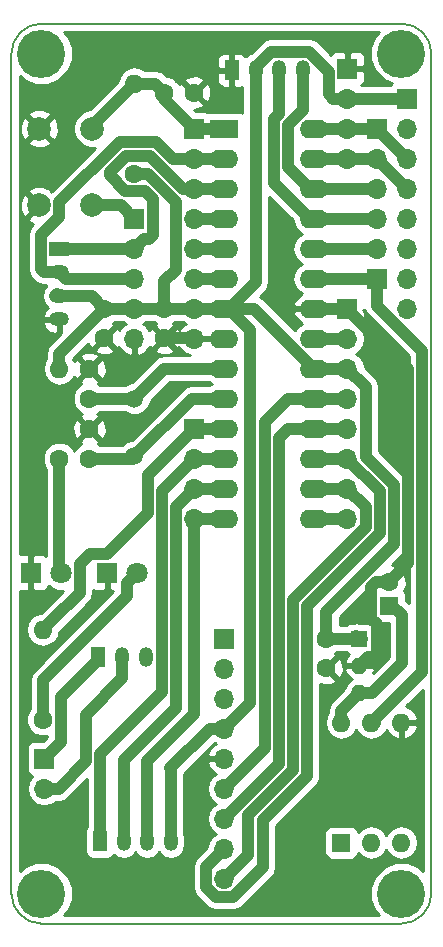
<source format=gbl>
G04 #@! TF.FileFunction,Copper,L2,Bot,Signal*
%FSLAX46Y46*%
G04 Gerber Fmt 4.6, Leading zero omitted, Abs format (unit mm)*
G04 Created by KiCad (PCBNEW 4.0.1-stable) date 2019/02/22 9:20:12*
%MOMM*%
G01*
G04 APERTURE LIST*
%ADD10C,0.100000*%
%ADD11C,0.150000*%
%ADD12C,4.064000*%
%ADD13R,1.800000X1.800000*%
%ADD14C,1.800000*%
%ADD15R,1.200000X1.700000*%
%ADD16O,1.200000X1.700000*%
%ADD17R,1.700000X1.700000*%
%ADD18O,1.700000X1.700000*%
%ADD19R,2.400000X1.600000*%
%ADD20O,2.400000X1.600000*%
%ADD21C,1.600000*%
%ADD22O,1.600000X1.600000*%
%ADD23R,1.700000X1.200000*%
%ADD24O,1.700000X1.200000*%
%ADD25C,2.000000*%
%ADD26C,1.500000*%
%ADD27R,1.600000X1.600000*%
%ADD28R,1.400000X1.400000*%
%ADD29O,1.400000X1.400000*%
%ADD30C,1.000000*%
%ADD31C,0.254000*%
G04 APERTURE END LIST*
D10*
D11*
X129540000Y-179070000D02*
G75*
G03X132080000Y-181610000I2540000J0D01*
G01*
X162560000Y-181610000D02*
G75*
G03X165100000Y-179070000I0J2540000D01*
G01*
X165100000Y-107950000D02*
G75*
G03X162560000Y-105410000I-2540000J0D01*
G01*
X132080000Y-105410000D02*
G75*
G03X129540000Y-107950000I0J-2540000D01*
G01*
X129540000Y-179070000D02*
X129540000Y-107950000D01*
X162560000Y-181610000D02*
X132080000Y-181610000D01*
X165100000Y-107950000D02*
X165100000Y-179070000D01*
X132080000Y-105410000D02*
X162560000Y-105410000D01*
D12*
X162560000Y-179070000D03*
X132080000Y-179070000D03*
X162560000Y-107950000D03*
D13*
X131191000Y-151892000D03*
D14*
X133731000Y-151892000D03*
D15*
X137033000Y-174625000D03*
D16*
X139033000Y-174625000D03*
X141033000Y-174625000D03*
X143033000Y-174625000D03*
D17*
X145034000Y-114300000D03*
D18*
X145034000Y-116840000D03*
X145034000Y-119380000D03*
X145034000Y-121920000D03*
X145034000Y-124460000D03*
X145034000Y-127000000D03*
X145034000Y-129540000D03*
X145034000Y-132080000D03*
D19*
X147574000Y-114300000D03*
D20*
X155194000Y-147320000D03*
X147574000Y-116840000D03*
X155194000Y-144780000D03*
X147574000Y-119380000D03*
X155194000Y-142240000D03*
X147574000Y-121920000D03*
X155194000Y-139700000D03*
X147574000Y-124460000D03*
X155194000Y-137160000D03*
X147574000Y-127000000D03*
X155194000Y-134620000D03*
X147574000Y-129540000D03*
X155194000Y-132080000D03*
X147574000Y-132080000D03*
X155194000Y-129540000D03*
X147574000Y-134620000D03*
X155194000Y-127000000D03*
X147574000Y-137160000D03*
X155194000Y-124460000D03*
X147574000Y-139700000D03*
X155194000Y-121920000D03*
X147574000Y-142240000D03*
X155194000Y-119380000D03*
X147574000Y-144780000D03*
X155194000Y-116840000D03*
X147574000Y-147320000D03*
X155194000Y-114300000D03*
D17*
X147574000Y-157480000D03*
D18*
X147574000Y-160020000D03*
X147574000Y-162560000D03*
X147574000Y-165100000D03*
X147574000Y-167640000D03*
X147574000Y-170180000D03*
X147574000Y-172720000D03*
X147574000Y-175260000D03*
X147574000Y-177800000D03*
D21*
X133604000Y-142240000D03*
D22*
X133604000Y-134620000D03*
D21*
X142494000Y-129540000D03*
X142494000Y-132040000D03*
X136144000Y-137160000D03*
X136144000Y-134660000D03*
X136144000Y-142240000D03*
X136144000Y-139740000D03*
X137414000Y-129540000D03*
X137414000Y-132040000D03*
X142494000Y-111252000D03*
X144994000Y-111252000D03*
D13*
X137668000Y-151892000D03*
D14*
X140208000Y-151892000D03*
D23*
X133604000Y-124460000D03*
D24*
X133604000Y-126460000D03*
X133604000Y-128460000D03*
X133604000Y-130460000D03*
D17*
X139954000Y-121920000D03*
D18*
X139954000Y-124460000D03*
X139954000Y-127000000D03*
X139954000Y-129540000D03*
X139954000Y-132080000D03*
D21*
X132207000Y-164338000D03*
D22*
X132207000Y-156718000D03*
D21*
X139954000Y-118110000D03*
D22*
X139954000Y-110490000D03*
D25*
X131898000Y-114300000D03*
X136398000Y-114300000D03*
X131898000Y-120800000D03*
X136398000Y-120800000D03*
D26*
X139954000Y-137160000D03*
X139954000Y-142040000D03*
D17*
X132334000Y-167640000D03*
D18*
X132334000Y-170180000D03*
D17*
X145034000Y-139700000D03*
D18*
X145034000Y-142240000D03*
X145034000Y-144780000D03*
X145034000Y-147320000D03*
D15*
X136906000Y-159004000D03*
D16*
X138906000Y-159004000D03*
X140906000Y-159004000D03*
D15*
X148209000Y-109347000D03*
D16*
X150209000Y-109347000D03*
X152209000Y-109347000D03*
X154209000Y-109347000D03*
D21*
X156210000Y-157480000D03*
X156210000Y-159980000D03*
D27*
X161544000Y-154686000D03*
D21*
X161544000Y-152686000D03*
D27*
X157480000Y-174752000D03*
D22*
X162560000Y-164592000D03*
X160020000Y-174752000D03*
X160020000Y-164592000D03*
X162560000Y-174752000D03*
X157480000Y-164592000D03*
D28*
X159004000Y-157480000D03*
D29*
X159004000Y-159780000D03*
X159004000Y-162080000D03*
D17*
X157988000Y-109220000D03*
D18*
X157988000Y-111760000D03*
X157988000Y-114300000D03*
X157988000Y-116840000D03*
D17*
X160528000Y-114300000D03*
D18*
X160528000Y-116840000D03*
D17*
X157988000Y-129540000D03*
D18*
X157988000Y-132080000D03*
X157988000Y-134620000D03*
X157988000Y-137160000D03*
X157988000Y-139700000D03*
X157988000Y-142240000D03*
X157988000Y-144780000D03*
X157988000Y-147320000D03*
D17*
X160528000Y-127000000D03*
D18*
X160528000Y-124460000D03*
X160528000Y-121920000D03*
X160528000Y-119380000D03*
D17*
X163042600Y-111760000D03*
D18*
X163042600Y-114300000D03*
X163042600Y-116840000D03*
X163042600Y-119380000D03*
X163042600Y-121920000D03*
X163042600Y-124460000D03*
X163042600Y-127000000D03*
X163042600Y-129540000D03*
D12*
X132080000Y-107950000D03*
D30*
X157988000Y-111760000D02*
X163042600Y-111760000D01*
X133604000Y-134620000D02*
X133604000Y-133350000D01*
X133604000Y-133350000D02*
X137414000Y-129540000D01*
X133354000Y-128460000D02*
X133604000Y-128460000D01*
X133515509Y-128460000D02*
X133604000Y-128460000D01*
X159538001Y-142092931D02*
X161938021Y-144492951D01*
X161938021Y-144492951D02*
X161938021Y-149463539D01*
X161938021Y-149463539D02*
X156210000Y-155191560D01*
X156210000Y-155191560D02*
X156210000Y-156348630D01*
X156210000Y-156348630D02*
X156210000Y-157480000D01*
X157988000Y-134620000D02*
X159538001Y-136170001D01*
X159538001Y-136170001D02*
X159538001Y-142092931D01*
X155194000Y-134620000D02*
X157988000Y-134620000D01*
X150209000Y-109347000D02*
X150209000Y-127305000D01*
X150209000Y-127305000D02*
X147974000Y-129540000D01*
X147974000Y-129540000D02*
X147574000Y-129540000D01*
X150209000Y-109347000D02*
X150209000Y-109097000D01*
X150209000Y-109097000D02*
X151509010Y-107796990D01*
X156437999Y-111412080D02*
X156785919Y-111760000D01*
X151509010Y-107796990D02*
X154747481Y-107796990D01*
X154747481Y-107796990D02*
X156437999Y-109487508D01*
X156437999Y-109487508D02*
X156437999Y-111412080D01*
X156785919Y-111760000D02*
X157988000Y-111760000D01*
X150209000Y-109347000D02*
X150209000Y-109258509D01*
X156210000Y-157480000D02*
X159004000Y-157480000D01*
X158750000Y-157226000D02*
X159004000Y-157480000D01*
X159004000Y-157480000D02*
X159258000Y-157480000D01*
X143002000Y-168469919D02*
X143033000Y-168500919D01*
X143033000Y-168500919D02*
X143033000Y-174625000D01*
X147574000Y-165100000D02*
X146371919Y-165100000D01*
X146371919Y-165100000D02*
X143002000Y-168469919D01*
X143033000Y-174375000D02*
X143033000Y-174625000D01*
X143033000Y-174625000D02*
X143033000Y-174713491D01*
X143033000Y-174536509D02*
X143033000Y-174625000D01*
X147574000Y-165100000D02*
X149774000Y-162900000D01*
X149774000Y-162900000D02*
X149774000Y-131340000D01*
X149774000Y-131340000D02*
X147974000Y-129540000D01*
X147574000Y-129540000D02*
X150114000Y-129540000D01*
X150114000Y-129540000D02*
X155194000Y-134620000D01*
X133414000Y-128270000D02*
X133604000Y-128460000D01*
X139954000Y-118110000D02*
X141085370Y-118110000D01*
X141085370Y-118110000D02*
X143483999Y-120508629D01*
X143483999Y-120508629D02*
X143483999Y-126255999D01*
X143483999Y-126255999D02*
X142494000Y-127245998D01*
X142494000Y-127245998D02*
X142494000Y-129540000D01*
X133604000Y-128460000D02*
X136334000Y-128460000D01*
X136334000Y-128460000D02*
X137414000Y-129540000D01*
X139954000Y-129540000D02*
X142494000Y-129540000D01*
X142494000Y-129540000D02*
X145034000Y-129540000D01*
X137414000Y-129540000D02*
X139954000Y-129540000D01*
X137224000Y-129730000D02*
X137414000Y-129540000D01*
X145034000Y-129540000D02*
X147574000Y-129540000D01*
X157988000Y-129540000D02*
X163138031Y-134690031D01*
X163138031Y-134690031D02*
X163138031Y-151091969D01*
X163138031Y-151091969D02*
X162343999Y-151886001D01*
X162343999Y-151886001D02*
X161544000Y-152686000D01*
X155194000Y-129540000D02*
X157988000Y-129540000D01*
X161544000Y-152686000D02*
X160412630Y-152686000D01*
X160412630Y-152686000D02*
X160020000Y-153078630D01*
X160020000Y-153078630D02*
X160020000Y-155835998D01*
X160458010Y-156274008D02*
X160458010Y-158685992D01*
X160020000Y-155835998D02*
X160458010Y-156274008D01*
X160458010Y-158685992D02*
X160064001Y-159080001D01*
X160064001Y-159080001D02*
X159703999Y-159080001D01*
X159703999Y-159080001D02*
X159004000Y-159780000D01*
X142494000Y-132040000D02*
X144994000Y-132040000D01*
X144994000Y-132040000D02*
X145034000Y-132080000D01*
X136144000Y-137160000D02*
X139954000Y-137160000D01*
X142494000Y-134620000D02*
X147574000Y-134620000D01*
X139954000Y-137160000D02*
X142494000Y-134620000D01*
X139954000Y-142040000D02*
X144834000Y-137160000D01*
X144834000Y-137160000D02*
X147574000Y-137160000D01*
X136144000Y-142240000D02*
X139754000Y-142240000D01*
X139754000Y-142240000D02*
X139954000Y-142040000D01*
X147574000Y-137160000D02*
X147555334Y-137160000D01*
X136398000Y-114300000D02*
X136398000Y-114046000D01*
X136398000Y-114046000D02*
X139954000Y-110490000D01*
X136398000Y-120800000D02*
X138834000Y-120800000D01*
X138834000Y-120800000D02*
X139954000Y-121920000D01*
X139804000Y-121920000D02*
X139954000Y-121920000D01*
X139954000Y-110490000D02*
X141732000Y-110490000D01*
X141732000Y-110490000D02*
X142494000Y-111252000D01*
X142494000Y-111252000D02*
X142494000Y-111760000D01*
X142494000Y-111760000D02*
X145034000Y-114300000D01*
X142367000Y-111379000D02*
X142494000Y-111252000D01*
X139804000Y-121770000D02*
X139954000Y-121920000D01*
X145034000Y-114300000D02*
X147574000Y-114300000D01*
X140208000Y-151892000D02*
X139308001Y-152791999D01*
X139308001Y-152791999D02*
X139308001Y-153891997D01*
X139308001Y-153891997D02*
X132207000Y-160992998D01*
X132207000Y-160992998D02*
X132207000Y-163206630D01*
X132207000Y-163206630D02*
X132207000Y-164338000D01*
X145034000Y-116840000D02*
X143209510Y-116840000D01*
X143209510Y-116840000D02*
X141779499Y-115409989D01*
X141779499Y-115409989D02*
X138736938Y-115409990D01*
X132053999Y-123299999D02*
X132053999Y-126207051D01*
X138736938Y-115409990D02*
X133598001Y-120548927D01*
X133598001Y-120548927D02*
X133598001Y-121755997D01*
X132053999Y-126207051D02*
X132306948Y-126460000D01*
X133598001Y-121755997D02*
X132053999Y-123299999D01*
X132306948Y-126460000D02*
X133604000Y-126460000D01*
X133064000Y-126460000D02*
X133604000Y-126460000D01*
X139954000Y-127000000D02*
X134144000Y-127000000D01*
X134144000Y-127000000D02*
X133604000Y-126460000D01*
X139922000Y-126968000D02*
X139954000Y-127000000D01*
X145034000Y-116840000D02*
X147574000Y-116840000D01*
X139954000Y-124460000D02*
X140803999Y-123610001D01*
X140803999Y-123610001D02*
X141224001Y-123610001D01*
X141224001Y-123610001D02*
X141504001Y-123330001D01*
X139233999Y-116609999D02*
X141282439Y-116609999D01*
X141282439Y-116609999D02*
X144052440Y-119380000D01*
X141504001Y-123330001D02*
X141504001Y-120225701D01*
X140888301Y-119610001D02*
X139191071Y-119610001D01*
X141504001Y-120225701D02*
X140888301Y-119610001D01*
X139191071Y-119610001D02*
X137844001Y-118262931D01*
X137844001Y-118262931D02*
X137844001Y-117999997D01*
X137844001Y-117999997D02*
X139233999Y-116609999D01*
X144052440Y-119380000D02*
X145034000Y-119380000D01*
X139954000Y-124460000D02*
X133604000Y-124460000D01*
X145034000Y-119380000D02*
X147574000Y-119380000D01*
X133604000Y-142240000D02*
X133604000Y-151765000D01*
X133604000Y-151765000D02*
X133731000Y-151892000D01*
X155194000Y-147320000D02*
X157988000Y-147320000D01*
X149606000Y-172385070D02*
X149606000Y-175768000D01*
X149606000Y-175768000D02*
X147574000Y-177800000D01*
X153374028Y-154227974D02*
X153374027Y-168617043D01*
X153374027Y-168617043D02*
X149606000Y-172385070D01*
X157988000Y-144780000D02*
X159538001Y-146330001D01*
X159538001Y-146330001D02*
X159538001Y-148064001D01*
X159538001Y-148064001D02*
X153374028Y-154227974D01*
X155194000Y-144780000D02*
X157488002Y-144780000D01*
X155194000Y-144780000D02*
X154794000Y-144780000D01*
X155194000Y-144780000D02*
X157734000Y-144780000D01*
X154574036Y-169114104D02*
X150806010Y-172882130D01*
X150806010Y-172882130D02*
X150806010Y-176861992D01*
X150806010Y-176861992D02*
X148318001Y-179350001D01*
X148318001Y-179350001D02*
X146829999Y-179350001D01*
X146829999Y-179350001D02*
X146023999Y-178544001D01*
X146023999Y-176810001D02*
X146724001Y-176109999D01*
X146023999Y-178544001D02*
X146023999Y-176810001D01*
X146724001Y-176109999D02*
X147574000Y-175260000D01*
X160738011Y-148561061D02*
X154574037Y-154725035D01*
X154574037Y-154725035D02*
X154574036Y-169114104D01*
X157988000Y-142240000D02*
X160738011Y-144990011D01*
X160738011Y-144990011D02*
X160738011Y-148561061D01*
X155194000Y-142240000D02*
X157988000Y-142240000D01*
X155194000Y-142240000D02*
X154794000Y-142240000D01*
X145034000Y-121920000D02*
X147574000Y-121920000D01*
X155194000Y-139700000D02*
X157988000Y-139700000D01*
X155194000Y-139700000D02*
X152994000Y-139700000D01*
X152994000Y-139700000D02*
X152174018Y-140519982D01*
X152174018Y-140519982D02*
X152174018Y-168119982D01*
X152174018Y-168119982D02*
X147574000Y-172720000D01*
X154794000Y-139700000D02*
X155194000Y-139700000D01*
X145034000Y-124460000D02*
X147574000Y-124460000D01*
X155194000Y-137160000D02*
X157988000Y-137160000D01*
X155194000Y-137160000D02*
X152994000Y-137160000D01*
X152994000Y-137160000D02*
X150974010Y-139179990D01*
X150974010Y-139179990D02*
X150974010Y-166779990D01*
X154794000Y-137160000D02*
X155194000Y-137160000D01*
X148423999Y-169330001D02*
X147574000Y-170180000D01*
X150974010Y-166779990D02*
X148423999Y-169330001D01*
X145034000Y-127000000D02*
X147574000Y-127000000D01*
X155194000Y-132080000D02*
X157988000Y-132080000D01*
X158268001Y-132080000D02*
X157988000Y-132080000D01*
X160528000Y-127000000D02*
X160528000Y-129319402D01*
X160528000Y-129319402D02*
X164338041Y-133129443D01*
X164338041Y-160273959D02*
X160020000Y-164592000D01*
X164338041Y-133129443D02*
X164338041Y-160273959D01*
X155194000Y-127000000D02*
X160528000Y-127000000D01*
X160020000Y-164592000D02*
X160339998Y-164592000D01*
X155194000Y-124460000D02*
X160528000Y-124460000D01*
X155194000Y-124460000D02*
X155194000Y-124441334D01*
X145034000Y-139700000D02*
X141083980Y-143650020D01*
X137617001Y-150291999D02*
X136207999Y-150291999D01*
X141083980Y-143650020D02*
X141083980Y-146825020D01*
X141083980Y-146825020D02*
X137617001Y-150291999D01*
X135331001Y-151168997D02*
X135331001Y-153593999D01*
X136207999Y-150291999D02*
X135331001Y-151168997D01*
X135331001Y-153593999D02*
X133006999Y-155918001D01*
X133006999Y-155918001D02*
X132207000Y-156718000D01*
X145034000Y-139700000D02*
X147574000Y-139700000D01*
X155194000Y-121920000D02*
X160528000Y-121920000D01*
X152209000Y-109347000D02*
X152209000Y-113066596D01*
X152209000Y-113066596D02*
X151793991Y-113481605D01*
X151793991Y-113481605D02*
X151793991Y-118919991D01*
X151793991Y-118919991D02*
X154794000Y-121920000D01*
X154794000Y-121920000D02*
X155194000Y-121920000D01*
X152209000Y-109347000D02*
X152209000Y-109597000D01*
X137033000Y-174625000D02*
X137033000Y-167259000D01*
X142283989Y-144990011D02*
X144184001Y-143089999D01*
X137033000Y-167259000D02*
X142283989Y-162008011D01*
X142283989Y-162008011D02*
X142283989Y-144990011D01*
X144184001Y-143089999D02*
X145034000Y-142240000D01*
X137033000Y-174625000D02*
X137033000Y-174375000D01*
X145034000Y-142240000D02*
X145034000Y-142485998D01*
X147974000Y-142240000D02*
X147574000Y-142240000D01*
X145034000Y-142240000D02*
X147574000Y-142240000D01*
X155194000Y-119380000D02*
X160528000Y-119380000D01*
X154209000Y-109347000D02*
X154209000Y-112763666D01*
X154209000Y-112763666D02*
X152994000Y-113978666D01*
X152994000Y-113978666D02*
X152994000Y-117580000D01*
X152994000Y-117580000D02*
X154794000Y-119380000D01*
X154794000Y-119380000D02*
X155194000Y-119380000D01*
X154209000Y-109347000D02*
X154209000Y-109597000D01*
X139033000Y-167799000D02*
X143483999Y-163348001D01*
X143483999Y-163348001D02*
X143483999Y-146330001D01*
X143483999Y-146330001D02*
X144184001Y-145629999D01*
X144184001Y-145629999D02*
X145034000Y-144780000D01*
X139033000Y-174625000D02*
X139033000Y-167799000D01*
X139033000Y-174375000D02*
X139033000Y-174625000D01*
X139033000Y-174625000D02*
X139033000Y-174713491D01*
X147974000Y-144780000D02*
X147574000Y-144780000D01*
X145034000Y-144780000D02*
X145034000Y-145107070D01*
X147574000Y-144780000D02*
X145034000Y-144780000D01*
X160528000Y-116840000D02*
X160528000Y-116865400D01*
X160528000Y-116865400D02*
X163042600Y-119380000D01*
X157988000Y-116840000D02*
X160528000Y-116840000D01*
X155194000Y-116840000D02*
X157988000Y-116840000D01*
X155194000Y-116840000D02*
X154794000Y-116840000D01*
X141033000Y-167831000D02*
X145034000Y-163830000D01*
X145034000Y-163830000D02*
X145034000Y-147320000D01*
X141033000Y-174625000D02*
X141033000Y-167831000D01*
X141033000Y-174375000D02*
X141033000Y-174625000D01*
X141033000Y-174536509D02*
X141033000Y-174625000D01*
X145034000Y-147320000D02*
X147574000Y-147320000D01*
X160528000Y-114300000D02*
X160528000Y-114325400D01*
X160528000Y-114325400D02*
X163042600Y-116840000D01*
X157988000Y-114300000D02*
X160528000Y-114300000D01*
X155194000Y-114300000D02*
X157988000Y-114300000D01*
X132334000Y-167640000D02*
X133707001Y-166266999D01*
X133707001Y-166266999D02*
X133707001Y-162452999D01*
X133707001Y-162452999D02*
X136906000Y-159254000D01*
X136906000Y-159254000D02*
X136906000Y-159004000D01*
X136906000Y-158915509D02*
X136906000Y-159004000D01*
X132123980Y-167429980D02*
X132334000Y-167640000D01*
X132334000Y-170180000D02*
X133536081Y-170180000D01*
X133536081Y-170180000D02*
X135832990Y-167883091D01*
X135832990Y-163927010D02*
X138906000Y-160854000D01*
X138906000Y-160854000D02*
X138906000Y-159004000D01*
X135832990Y-167883091D02*
X135832990Y-163927010D01*
X138906000Y-159004000D02*
X138906000Y-159254000D01*
X157480000Y-164592000D02*
X157480000Y-163604000D01*
X157480000Y-163604000D02*
X159004000Y-162080000D01*
X161544000Y-154686000D02*
X161798000Y-154686000D01*
X161798000Y-154686000D02*
X162629990Y-155517990D01*
X162629990Y-155517990D02*
X162629990Y-159522940D01*
X162629990Y-159522940D02*
X160072930Y-162080000D01*
X160072930Y-162080000D02*
X159004000Y-162080000D01*
X157480000Y-164592000D02*
X157480000Y-164366000D01*
X161516000Y-154714000D02*
X161544000Y-154686000D01*
X157480000Y-164592000D02*
X157480000Y-164338000D01*
D31*
G36*
X160307124Y-106441831D02*
X159901462Y-107418772D01*
X159900539Y-108476587D01*
X160304495Y-109454235D01*
X161051831Y-110202876D01*
X161725708Y-110482695D01*
X161623008Y-110633000D01*
X159138132Y-110633000D01*
X159197698Y-110608327D01*
X159376327Y-110429699D01*
X159473000Y-110196310D01*
X159473000Y-109505750D01*
X159314250Y-109347000D01*
X158115000Y-109347000D01*
X158115000Y-109367000D01*
X157861000Y-109367000D01*
X157861000Y-109347000D01*
X157841000Y-109347000D01*
X157841000Y-109093000D01*
X157861000Y-109093000D01*
X157861000Y-107893750D01*
X158115000Y-107893750D01*
X158115000Y-109093000D01*
X159314250Y-109093000D01*
X159473000Y-108934250D01*
X159473000Y-108243690D01*
X159376327Y-108010301D01*
X159197698Y-107831673D01*
X158964309Y-107735000D01*
X158273750Y-107735000D01*
X158115000Y-107893750D01*
X157861000Y-107893750D01*
X157702250Y-107735000D01*
X157011691Y-107735000D01*
X156778302Y-107831673D01*
X156599673Y-108010301D01*
X156586475Y-108042165D01*
X155544390Y-107000081D01*
X155178765Y-106755778D01*
X154747481Y-106669990D01*
X151509010Y-106669990D01*
X151077726Y-106755778D01*
X150712101Y-107000080D01*
X149787220Y-107924961D01*
X149739447Y-107934464D01*
X149366523Y-108183644D01*
X149347327Y-108137301D01*
X149168698Y-107958673D01*
X148935309Y-107862000D01*
X148494750Y-107862000D01*
X148336000Y-108020750D01*
X148336000Y-109220000D01*
X148356000Y-109220000D01*
X148356000Y-109474000D01*
X148336000Y-109474000D01*
X148336000Y-110673250D01*
X148494750Y-110832000D01*
X148935309Y-110832000D01*
X149082000Y-110771239D01*
X149082000Y-112951590D01*
X149022717Y-112911083D01*
X148774000Y-112860717D01*
X146374000Y-112860717D01*
X146184395Y-112896394D01*
X146132717Y-112861083D01*
X145884000Y-112810717D01*
X145138536Y-112810717D01*
X145015427Y-112687608D01*
X145347454Y-112671778D01*
X145748005Y-112505864D01*
X145822139Y-112259745D01*
X144994000Y-111431605D01*
X144979858Y-111445748D01*
X144800252Y-111266142D01*
X144814395Y-111252000D01*
X145173605Y-111252000D01*
X146001745Y-112080139D01*
X146247864Y-112006005D01*
X146440965Y-111468777D01*
X146413778Y-110898546D01*
X146247864Y-110497995D01*
X146001745Y-110423861D01*
X145173605Y-111252000D01*
X144814395Y-111252000D01*
X143986255Y-110423861D01*
X143740136Y-110497995D01*
X143733777Y-110515685D01*
X143704457Y-110444725D01*
X143504337Y-110244255D01*
X144165861Y-110244255D01*
X144994000Y-111072395D01*
X145822139Y-110244255D01*
X145748005Y-109998136D01*
X145210777Y-109805035D01*
X144640546Y-109832222D01*
X144239995Y-109998136D01*
X144165861Y-110244255D01*
X143504337Y-110244255D01*
X143303386Y-110042953D01*
X142779093Y-109825248D01*
X142660963Y-109825145D01*
X142528909Y-109693091D01*
X142438603Y-109632750D01*
X146974000Y-109632750D01*
X146974000Y-110323310D01*
X147070673Y-110556699D01*
X147249302Y-110735327D01*
X147482691Y-110832000D01*
X147923250Y-110832000D01*
X148082000Y-110673250D01*
X148082000Y-109474000D01*
X147132750Y-109474000D01*
X146974000Y-109632750D01*
X142438603Y-109632750D01*
X142163284Y-109448788D01*
X141732000Y-109363000D01*
X140828344Y-109363000D01*
X140500089Y-109143667D01*
X139954000Y-109035043D01*
X139407911Y-109143667D01*
X138944959Y-109453002D01*
X138635624Y-109915954D01*
X138561480Y-110288701D01*
X136177375Y-112672807D01*
X136075789Y-112672718D01*
X135477582Y-112919892D01*
X135019501Y-113377175D01*
X134771283Y-113974950D01*
X134770718Y-114622211D01*
X135017892Y-115220418D01*
X135475175Y-115678499D01*
X136072950Y-115926717D01*
X136625910Y-115927200D01*
X133002565Y-119550545D01*
X132985206Y-119533186D01*
X132870926Y-119647466D01*
X132772264Y-119380613D01*
X132162539Y-119154092D01*
X131512540Y-119178144D01*
X131023736Y-119380613D01*
X130925073Y-119647468D01*
X131898000Y-120620395D01*
X131912143Y-120606253D01*
X132091748Y-120785858D01*
X132077605Y-120800000D01*
X132091748Y-120814143D01*
X131912143Y-120993748D01*
X131898000Y-120979605D01*
X130925073Y-121952532D01*
X131023736Y-122219387D01*
X131400733Y-122359447D01*
X131257090Y-122503090D01*
X131012787Y-122868715D01*
X130926999Y-123299999D01*
X130926999Y-126207051D01*
X131012787Y-126638335D01*
X131257090Y-127003960D01*
X131510039Y-127256909D01*
X131875664Y-127501212D01*
X132306948Y-127587000D01*
X132465496Y-127587000D01*
X132457444Y-127592380D01*
X132191464Y-127990447D01*
X132098064Y-128460000D01*
X132191464Y-128929553D01*
X132457444Y-129327620D01*
X132651590Y-129457344D01*
X132422067Y-129630875D01*
X132175714Y-130050624D01*
X132160538Y-130142391D01*
X132285269Y-130333000D01*
X133477000Y-130333000D01*
X133477000Y-130313000D01*
X133731000Y-130313000D01*
X133731000Y-130333000D01*
X133751000Y-130333000D01*
X133751000Y-130587000D01*
X133731000Y-130587000D01*
X133731000Y-131542547D01*
X133778304Y-131581878D01*
X132807091Y-132553091D01*
X132562788Y-132918716D01*
X132477000Y-133350000D01*
X132477000Y-133759540D01*
X132285624Y-134045954D01*
X132177000Y-134592043D01*
X132177000Y-134647957D01*
X132285624Y-135194046D01*
X132594959Y-135656998D01*
X133057911Y-135966333D01*
X133604000Y-136074957D01*
X134150089Y-135966333D01*
X134613041Y-135656998D01*
X134846230Y-135308007D01*
X134890136Y-135414005D01*
X135136255Y-135488139D01*
X135964395Y-134660000D01*
X136323605Y-134660000D01*
X137151745Y-135488139D01*
X137397864Y-135414005D01*
X137590965Y-134876777D01*
X137563778Y-134306546D01*
X137397864Y-133905995D01*
X137151745Y-133831861D01*
X136323605Y-134660000D01*
X135964395Y-134660000D01*
X135136255Y-133831861D01*
X134890136Y-133905995D01*
X134868702Y-133965626D01*
X134753942Y-133793876D01*
X134895563Y-133652255D01*
X135315861Y-133652255D01*
X136144000Y-134480395D01*
X136972139Y-133652255D01*
X136898005Y-133406136D01*
X136360777Y-133213035D01*
X135790546Y-133240222D01*
X135389995Y-133406136D01*
X135315861Y-133652255D01*
X134895563Y-133652255D01*
X135500073Y-133047745D01*
X136585861Y-133047745D01*
X136659995Y-133293864D01*
X137197223Y-133486965D01*
X137767454Y-133459778D01*
X138168005Y-133293864D01*
X138242139Y-133047745D01*
X137414000Y-132219605D01*
X136585861Y-133047745D01*
X135500073Y-133047745D01*
X136041127Y-132506692D01*
X136160136Y-132794005D01*
X136406255Y-132868139D01*
X137234395Y-132040000D01*
X137220253Y-132025858D01*
X137399858Y-131846253D01*
X137414000Y-131860395D01*
X138242139Y-131032255D01*
X138168005Y-130786136D01*
X138150315Y-130779777D01*
X138221275Y-130750457D01*
X138304878Y-130667000D01*
X139004291Y-130667000D01*
X139223939Y-130813764D01*
X139072642Y-130884817D01*
X138682355Y-131313076D01*
X138680718Y-131317028D01*
X138667864Y-131285995D01*
X138421745Y-131211861D01*
X137593605Y-132040000D01*
X138421745Y-132868139D01*
X138661260Y-132795994D01*
X138682355Y-132846924D01*
X139072642Y-133275183D01*
X139597108Y-133521486D01*
X139827000Y-133400819D01*
X139827000Y-132207000D01*
X139807000Y-132207000D01*
X139807000Y-131953000D01*
X139827000Y-131953000D01*
X139827000Y-131933000D01*
X140081000Y-131933000D01*
X140081000Y-131953000D01*
X140101000Y-131953000D01*
X140101000Y-132207000D01*
X140081000Y-132207000D01*
X140081000Y-133400819D01*
X140310892Y-133521486D01*
X140835358Y-133275183D01*
X141042629Y-133047745D01*
X141665861Y-133047745D01*
X141739995Y-133293864D01*
X142277223Y-133486965D01*
X142847454Y-133459778D01*
X143248005Y-133293864D01*
X143322139Y-133047745D01*
X142494000Y-132219605D01*
X141665861Y-133047745D01*
X141042629Y-133047745D01*
X141225645Y-132846924D01*
X141246740Y-132795994D01*
X141486255Y-132868139D01*
X142314395Y-132040000D01*
X141486255Y-131211861D01*
X141240136Y-131285995D01*
X141228192Y-131319225D01*
X141225645Y-131313076D01*
X140835358Y-130884817D01*
X140684061Y-130813764D01*
X140903709Y-130667000D01*
X141602710Y-130667000D01*
X141684614Y-130749047D01*
X141756986Y-130779098D01*
X141739995Y-130786136D01*
X141665861Y-131032255D01*
X142494000Y-131860395D01*
X143322139Y-131032255D01*
X143248005Y-130786136D01*
X143230315Y-130779777D01*
X143301275Y-130750457D01*
X143384878Y-130667000D01*
X144084291Y-130667000D01*
X144303939Y-130813764D01*
X144152642Y-130884817D01*
X143762355Y-131313076D01*
X143760718Y-131317028D01*
X143747864Y-131285995D01*
X143501745Y-131211861D01*
X142673605Y-132040000D01*
X143501745Y-132868139D01*
X143741260Y-132795994D01*
X143762355Y-132846924D01*
X144152642Y-133275183D01*
X144616451Y-133493000D01*
X142494000Y-133493000D01*
X142134270Y-133564555D01*
X142062715Y-133578788D01*
X141697090Y-133823091D01*
X139737371Y-135782811D01*
X139681299Y-135782762D01*
X139175011Y-135991956D01*
X139133895Y-136033000D01*
X137035290Y-136033000D01*
X136953386Y-135950953D01*
X136881014Y-135920902D01*
X136898005Y-135913864D01*
X136972139Y-135667745D01*
X136144000Y-134839605D01*
X135315861Y-135667745D01*
X135389995Y-135913864D01*
X135407685Y-135920223D01*
X135336725Y-135949543D01*
X134934953Y-136350614D01*
X134717248Y-136874907D01*
X134716752Y-137442603D01*
X134933543Y-137967275D01*
X135334614Y-138369047D01*
X135503435Y-138439147D01*
X135389995Y-138486136D01*
X135315861Y-138732255D01*
X136144000Y-139560395D01*
X136972139Y-138732255D01*
X136898005Y-138486136D01*
X136776773Y-138442560D01*
X136951275Y-138370457D01*
X137034878Y-138287000D01*
X139133360Y-138287000D01*
X139172974Y-138326683D01*
X139678896Y-138536760D01*
X140226701Y-138537238D01*
X140732989Y-138328044D01*
X141120683Y-137941026D01*
X141330760Y-137435104D01*
X141330811Y-137377008D01*
X142960819Y-135747000D01*
X146305704Y-135747000D01*
X146519718Y-135890000D01*
X146305704Y-136033000D01*
X144834000Y-136033000D01*
X144418728Y-136115603D01*
X144402716Y-136118788D01*
X144037091Y-136363091D01*
X139737371Y-140662811D01*
X139681299Y-140662762D01*
X139175011Y-140871956D01*
X138933546Y-141113000D01*
X137035290Y-141113000D01*
X136953386Y-141030953D01*
X136881014Y-141000902D01*
X136898005Y-140993864D01*
X136972139Y-140747745D01*
X136144000Y-139919605D01*
X135315861Y-140747745D01*
X135389995Y-140993864D01*
X135407685Y-141000223D01*
X135336725Y-141029543D01*
X134934953Y-141430614D01*
X134874119Y-141577118D01*
X134814457Y-141432725D01*
X134413386Y-141030953D01*
X133889093Y-140813248D01*
X133321397Y-140812752D01*
X132796725Y-141029543D01*
X132394953Y-141430614D01*
X132177248Y-141954907D01*
X132176752Y-142522603D01*
X132393543Y-143047275D01*
X132477000Y-143130878D01*
X132477000Y-150479975D01*
X132450698Y-150453673D01*
X132217309Y-150357000D01*
X131476750Y-150357000D01*
X131318000Y-150515750D01*
X131318000Y-151765000D01*
X131338000Y-151765000D01*
X131338000Y-152019000D01*
X131318000Y-152019000D01*
X131318000Y-153268250D01*
X131476750Y-153427000D01*
X132217309Y-153427000D01*
X132450698Y-153330327D01*
X132629327Y-153151699D01*
X132688433Y-153009004D01*
X132864894Y-153185773D01*
X133425928Y-153418735D01*
X133912023Y-153419159D01*
X132210092Y-155121090D01*
X132210089Y-155121092D01*
X132033658Y-155297523D01*
X131660911Y-155371667D01*
X131197959Y-155681002D01*
X130888624Y-156143954D01*
X130780000Y-156690043D01*
X130780000Y-156745957D01*
X130888624Y-157292046D01*
X131197959Y-157754998D01*
X131660911Y-158064333D01*
X132207000Y-158172957D01*
X132753089Y-158064333D01*
X133216041Y-157754998D01*
X133525376Y-157292046D01*
X133599520Y-156919299D01*
X133803908Y-156714911D01*
X133803910Y-156714908D01*
X136127910Y-154390908D01*
X136372213Y-154025283D01*
X136399918Y-153886000D01*
X136458001Y-153593999D01*
X136458001Y-153350913D01*
X136641691Y-153427000D01*
X137382250Y-153427000D01*
X137541000Y-153268250D01*
X137541000Y-152019000D01*
X137521000Y-152019000D01*
X137521000Y-151765000D01*
X137541000Y-151765000D01*
X137541000Y-151745000D01*
X137795000Y-151745000D01*
X137795000Y-151765000D01*
X137815000Y-151765000D01*
X137815000Y-152019000D01*
X137795000Y-152019000D01*
X137795000Y-153268250D01*
X137953750Y-153427000D01*
X138179180Y-153427000D01*
X131410091Y-160196089D01*
X131165788Y-160561714D01*
X131080000Y-160992998D01*
X131080000Y-163446710D01*
X130997953Y-163528614D01*
X130780248Y-164052907D01*
X130779752Y-164620603D01*
X130996543Y-165145275D01*
X131397614Y-165547047D01*
X131921907Y-165764752D01*
X132489603Y-165765248D01*
X132580001Y-165727896D01*
X132580001Y-165800180D01*
X132229464Y-166150717D01*
X131484000Y-166150717D01*
X131251648Y-166194437D01*
X131038247Y-166331757D01*
X130895083Y-166541283D01*
X130844717Y-166790000D01*
X130844717Y-168490000D01*
X130888437Y-168722352D01*
X131025757Y-168935753D01*
X131235283Y-169078917D01*
X131319869Y-169096046D01*
X131260667Y-169135603D01*
X130940494Y-169614777D01*
X130828064Y-170180000D01*
X130940494Y-170745223D01*
X131260667Y-171224397D01*
X131739841Y-171544570D01*
X132305064Y-171657000D01*
X132362936Y-171657000D01*
X132928159Y-171544570D01*
X133283709Y-171307000D01*
X133536081Y-171307000D01*
X133967365Y-171221212D01*
X134332990Y-170976909D01*
X135906000Y-169403899D01*
X135906000Y-173435665D01*
X135844083Y-173526283D01*
X135793717Y-173775000D01*
X135793717Y-175475000D01*
X135837437Y-175707352D01*
X135974757Y-175920753D01*
X136184283Y-176063917D01*
X136433000Y-176114283D01*
X137633000Y-176114283D01*
X137865352Y-176070563D01*
X138078753Y-175933243D01*
X138181754Y-175782497D01*
X138563447Y-176037536D01*
X139033000Y-176130936D01*
X139502553Y-176037536D01*
X139900620Y-175771556D01*
X140033000Y-175573435D01*
X140165380Y-175771556D01*
X140563447Y-176037536D01*
X141033000Y-176130936D01*
X141502553Y-176037536D01*
X141900620Y-175771556D01*
X142033000Y-175573435D01*
X142165380Y-175771556D01*
X142563447Y-176037536D01*
X143033000Y-176130936D01*
X143502553Y-176037536D01*
X143900620Y-175771556D01*
X144166600Y-175373489D01*
X144260000Y-174903936D01*
X144260000Y-174346064D01*
X144166600Y-173876511D01*
X144160000Y-173866633D01*
X144160000Y-168905737D01*
X146752842Y-166312895D01*
X146843939Y-166373764D01*
X146692642Y-166444817D01*
X146302355Y-166873076D01*
X146132524Y-167283110D01*
X146253845Y-167513000D01*
X147447000Y-167513000D01*
X147447000Y-167493000D01*
X147701000Y-167493000D01*
X147701000Y-167513000D01*
X147721000Y-167513000D01*
X147721000Y-167767000D01*
X147701000Y-167767000D01*
X147701000Y-167787000D01*
X147447000Y-167787000D01*
X147447000Y-167767000D01*
X146253845Y-167767000D01*
X146132524Y-167996890D01*
X146302355Y-168406924D01*
X146692642Y-168835183D01*
X146843939Y-168906236D01*
X146500667Y-169135603D01*
X146180494Y-169614777D01*
X146068064Y-170180000D01*
X146180494Y-170745223D01*
X146500667Y-171224397D01*
X146838307Y-171450000D01*
X146500667Y-171675603D01*
X146180494Y-172154777D01*
X146068064Y-172720000D01*
X146180494Y-173285223D01*
X146500667Y-173764397D01*
X146838307Y-173990000D01*
X146500667Y-174215603D01*
X146180494Y-174694777D01*
X146089885Y-175150297D01*
X145927094Y-175313088D01*
X145927091Y-175313090D01*
X145227090Y-176013092D01*
X144982787Y-176378717D01*
X144896999Y-176810001D01*
X144896999Y-178544001D01*
X144982787Y-178975285D01*
X145227090Y-179340910D01*
X146033090Y-180146910D01*
X146398715Y-180391213D01*
X146829999Y-180477001D01*
X148318001Y-180477001D01*
X148749285Y-180391213D01*
X149114910Y-180146910D01*
X151602919Y-177658901D01*
X151847222Y-177293276D01*
X151858858Y-177234777D01*
X151933010Y-176861992D01*
X151933010Y-173952000D01*
X156040717Y-173952000D01*
X156040717Y-175552000D01*
X156084437Y-175784352D01*
X156221757Y-175997753D01*
X156431283Y-176140917D01*
X156680000Y-176191283D01*
X158280000Y-176191283D01*
X158512352Y-176147563D01*
X158725753Y-176010243D01*
X158868917Y-175800717D01*
X158903774Y-175628585D01*
X159010959Y-175788998D01*
X159473911Y-176098333D01*
X160020000Y-176206957D01*
X160566089Y-176098333D01*
X161029041Y-175788998D01*
X161290000Y-175398446D01*
X161550959Y-175788998D01*
X162013911Y-176098333D01*
X162560000Y-176206957D01*
X163106089Y-176098333D01*
X163569041Y-175788998D01*
X163878376Y-175326046D01*
X163987000Y-174779957D01*
X163987000Y-174724043D01*
X163878376Y-174177954D01*
X163569041Y-173715002D01*
X163106089Y-173405667D01*
X162560000Y-173297043D01*
X162013911Y-173405667D01*
X161550959Y-173715002D01*
X161290000Y-174105554D01*
X161029041Y-173715002D01*
X160566089Y-173405667D01*
X160020000Y-173297043D01*
X159473911Y-173405667D01*
X159010959Y-173715002D01*
X158904631Y-173874133D01*
X158875563Y-173719648D01*
X158738243Y-173506247D01*
X158528717Y-173363083D01*
X158280000Y-173312717D01*
X156680000Y-173312717D01*
X156447648Y-173356437D01*
X156234247Y-173493757D01*
X156091083Y-173703283D01*
X156040717Y-173952000D01*
X151933010Y-173952000D01*
X151933010Y-173348948D01*
X155370945Y-169911014D01*
X155615248Y-169545389D01*
X155658091Y-169330001D01*
X155701036Y-169114104D01*
X155701037Y-161321942D01*
X155993223Y-161426965D01*
X156563454Y-161399778D01*
X156964005Y-161233864D01*
X157038139Y-160987745D01*
X156210000Y-160159605D01*
X156195858Y-160173748D01*
X156016253Y-159994143D01*
X156030395Y-159980000D01*
X156389605Y-159980000D01*
X157217745Y-160808139D01*
X157463864Y-160734005D01*
X157656965Y-160196777D01*
X157629778Y-159626546D01*
X157463864Y-159225995D01*
X157217745Y-159151861D01*
X156389605Y-159980000D01*
X156030395Y-159980000D01*
X156016253Y-159965858D01*
X156195858Y-159786252D01*
X156210000Y-159800395D01*
X157038139Y-158972255D01*
X156964005Y-158726136D01*
X156946315Y-158719777D01*
X157017275Y-158690457D01*
X157100878Y-158607000D01*
X157833690Y-158607000D01*
X157845757Y-158625753D01*
X158055283Y-158768917D01*
X158149147Y-158787925D01*
X157937236Y-158977337D01*
X157711273Y-159446669D01*
X157833794Y-159653000D01*
X158877000Y-159653000D01*
X158877000Y-159633000D01*
X159131000Y-159633000D01*
X159131000Y-159653000D01*
X160174206Y-159653000D01*
X160296727Y-159446669D01*
X160070764Y-158977337D01*
X159860905Y-158789759D01*
X159936352Y-158775563D01*
X160149753Y-158638243D01*
X160292917Y-158428717D01*
X160343283Y-158180000D01*
X160343283Y-157689725D01*
X160385000Y-157480000D01*
X160343283Y-157270275D01*
X160343283Y-156780000D01*
X160299563Y-156547648D01*
X160162243Y-156334247D01*
X159952717Y-156191083D01*
X159704000Y-156140717D01*
X158959725Y-156140717D01*
X158750000Y-156099000D01*
X158540275Y-156140717D01*
X158304000Y-156140717D01*
X158071648Y-156184437D01*
X157858247Y-156321757D01*
X157836899Y-156353000D01*
X157337000Y-156353000D01*
X157337000Y-155658378D01*
X160116563Y-152878815D01*
X160124222Y-153039454D01*
X160290039Y-153439770D01*
X160155083Y-153637283D01*
X160104717Y-153886000D01*
X160104717Y-155486000D01*
X160148437Y-155718352D01*
X160285757Y-155931753D01*
X160495283Y-156074917D01*
X160744000Y-156125283D01*
X161502990Y-156125283D01*
X161502990Y-159056122D01*
X160158333Y-160400779D01*
X160296727Y-160113331D01*
X160174206Y-159907000D01*
X159131000Y-159907000D01*
X159131000Y-159927000D01*
X158877000Y-159927000D01*
X158877000Y-159907000D01*
X157833794Y-159907000D01*
X157711273Y-160113331D01*
X157937236Y-160582663D01*
X158325604Y-160929797D01*
X158336869Y-160934463D01*
X158065669Y-161115672D01*
X157778012Y-161546182D01*
X157736797Y-161753384D01*
X156683091Y-162807091D01*
X156438788Y-163172716D01*
X156353000Y-163604000D01*
X156353000Y-163731540D01*
X156161624Y-164017954D01*
X156053000Y-164564043D01*
X156053000Y-164619957D01*
X156161624Y-165166046D01*
X156470959Y-165628998D01*
X156933911Y-165938333D01*
X157480000Y-166046957D01*
X158026089Y-165938333D01*
X158489041Y-165628998D01*
X158750000Y-165238446D01*
X159010959Y-165628998D01*
X159473911Y-165938333D01*
X160020000Y-166046957D01*
X160566089Y-165938333D01*
X161029041Y-165628998D01*
X161301030Y-165221938D01*
X161407611Y-165447134D01*
X161822577Y-165823041D01*
X162210961Y-165983904D01*
X162433000Y-165861915D01*
X162433000Y-164719000D01*
X162687000Y-164719000D01*
X162687000Y-165861915D01*
X162909039Y-165983904D01*
X163297423Y-165823041D01*
X163712389Y-165447134D01*
X163951914Y-164941041D01*
X163830629Y-164719000D01*
X162687000Y-164719000D01*
X162433000Y-164719000D01*
X162413000Y-164719000D01*
X162413000Y-164465000D01*
X162433000Y-164465000D01*
X162433000Y-164445000D01*
X162687000Y-164445000D01*
X162687000Y-164465000D01*
X163830629Y-164465000D01*
X163951914Y-164242959D01*
X163712389Y-163736866D01*
X163297423Y-163360959D01*
X162977406Y-163228412D01*
X164398000Y-161807818D01*
X164398000Y-177147531D01*
X164068169Y-176817124D01*
X163091228Y-176411462D01*
X162033413Y-176410539D01*
X161055765Y-176814495D01*
X160307124Y-177561831D01*
X159901462Y-178538772D01*
X159900539Y-179596587D01*
X160304495Y-180574235D01*
X160637678Y-180908000D01*
X134002469Y-180908000D01*
X134332876Y-180578169D01*
X134738538Y-179601228D01*
X134739461Y-178543413D01*
X134335505Y-177565765D01*
X133588169Y-176817124D01*
X132611228Y-176411462D01*
X131553413Y-176410539D01*
X130575765Y-176814495D01*
X130242000Y-177147678D01*
X130242000Y-153427000D01*
X130905250Y-153427000D01*
X131064000Y-153268250D01*
X131064000Y-152019000D01*
X131044000Y-152019000D01*
X131044000Y-151765000D01*
X131064000Y-151765000D01*
X131064000Y-150515750D01*
X130905250Y-150357000D01*
X130242000Y-150357000D01*
X130242000Y-139523223D01*
X134697035Y-139523223D01*
X134724222Y-140093454D01*
X134890136Y-140494005D01*
X135136255Y-140568139D01*
X135964395Y-139740000D01*
X136323605Y-139740000D01*
X137151745Y-140568139D01*
X137397864Y-140494005D01*
X137590965Y-139956777D01*
X137563778Y-139386546D01*
X137397864Y-138985995D01*
X137151745Y-138911861D01*
X136323605Y-139740000D01*
X135964395Y-139740000D01*
X135136255Y-138911861D01*
X134890136Y-138985995D01*
X134697035Y-139523223D01*
X130242000Y-139523223D01*
X130242000Y-130777609D01*
X132160538Y-130777609D01*
X132175714Y-130869376D01*
X132422067Y-131289125D01*
X132810299Y-131582647D01*
X133281304Y-131705256D01*
X133477000Y-131542547D01*
X133477000Y-130587000D01*
X132285269Y-130587000D01*
X132160538Y-130777609D01*
X130242000Y-130777609D01*
X130242000Y-120535461D01*
X130252092Y-120535461D01*
X130276144Y-121185460D01*
X130478613Y-121674264D01*
X130745468Y-121772927D01*
X131718395Y-120800000D01*
X130745468Y-119827073D01*
X130478613Y-119925736D01*
X130252092Y-120535461D01*
X130242000Y-120535461D01*
X130242000Y-115452532D01*
X130925073Y-115452532D01*
X131023736Y-115719387D01*
X131633461Y-115945908D01*
X132283460Y-115921856D01*
X132772264Y-115719387D01*
X132870927Y-115452532D01*
X131898000Y-114479605D01*
X130925073Y-115452532D01*
X130242000Y-115452532D01*
X130242000Y-114035461D01*
X130252092Y-114035461D01*
X130276144Y-114685460D01*
X130478613Y-115174264D01*
X130745468Y-115272927D01*
X131718395Y-114300000D01*
X132077605Y-114300000D01*
X133050532Y-115272927D01*
X133317387Y-115174264D01*
X133543908Y-114564539D01*
X133519856Y-113914540D01*
X133317387Y-113425736D01*
X133050532Y-113327073D01*
X132077605Y-114300000D01*
X131718395Y-114300000D01*
X130745468Y-113327073D01*
X130478613Y-113425736D01*
X130252092Y-114035461D01*
X130242000Y-114035461D01*
X130242000Y-113147468D01*
X130925073Y-113147468D01*
X131898000Y-114120395D01*
X132870927Y-113147468D01*
X132772264Y-112880613D01*
X132162539Y-112654092D01*
X131512540Y-112678144D01*
X131023736Y-112880613D01*
X130925073Y-113147468D01*
X130242000Y-113147468D01*
X130242000Y-109872469D01*
X130571831Y-110202876D01*
X131548772Y-110608538D01*
X132606587Y-110609461D01*
X133584235Y-110205505D01*
X134332876Y-109458169D01*
X134738538Y-108481228D01*
X134738634Y-108370690D01*
X146974000Y-108370690D01*
X146974000Y-109061250D01*
X147132750Y-109220000D01*
X148082000Y-109220000D01*
X148082000Y-108020750D01*
X147923250Y-107862000D01*
X147482691Y-107862000D01*
X147249302Y-107958673D01*
X147070673Y-108137301D01*
X146974000Y-108370690D01*
X134738634Y-108370690D01*
X134739461Y-107423413D01*
X134335505Y-106445765D01*
X134002322Y-106112000D01*
X160637531Y-106112000D01*
X160307124Y-106441831D01*
X160307124Y-106441831D01*
G37*
X160307124Y-106441831D02*
X159901462Y-107418772D01*
X159900539Y-108476587D01*
X160304495Y-109454235D01*
X161051831Y-110202876D01*
X161725708Y-110482695D01*
X161623008Y-110633000D01*
X159138132Y-110633000D01*
X159197698Y-110608327D01*
X159376327Y-110429699D01*
X159473000Y-110196310D01*
X159473000Y-109505750D01*
X159314250Y-109347000D01*
X158115000Y-109347000D01*
X158115000Y-109367000D01*
X157861000Y-109367000D01*
X157861000Y-109347000D01*
X157841000Y-109347000D01*
X157841000Y-109093000D01*
X157861000Y-109093000D01*
X157861000Y-107893750D01*
X158115000Y-107893750D01*
X158115000Y-109093000D01*
X159314250Y-109093000D01*
X159473000Y-108934250D01*
X159473000Y-108243690D01*
X159376327Y-108010301D01*
X159197698Y-107831673D01*
X158964309Y-107735000D01*
X158273750Y-107735000D01*
X158115000Y-107893750D01*
X157861000Y-107893750D01*
X157702250Y-107735000D01*
X157011691Y-107735000D01*
X156778302Y-107831673D01*
X156599673Y-108010301D01*
X156586475Y-108042165D01*
X155544390Y-107000081D01*
X155178765Y-106755778D01*
X154747481Y-106669990D01*
X151509010Y-106669990D01*
X151077726Y-106755778D01*
X150712101Y-107000080D01*
X149787220Y-107924961D01*
X149739447Y-107934464D01*
X149366523Y-108183644D01*
X149347327Y-108137301D01*
X149168698Y-107958673D01*
X148935309Y-107862000D01*
X148494750Y-107862000D01*
X148336000Y-108020750D01*
X148336000Y-109220000D01*
X148356000Y-109220000D01*
X148356000Y-109474000D01*
X148336000Y-109474000D01*
X148336000Y-110673250D01*
X148494750Y-110832000D01*
X148935309Y-110832000D01*
X149082000Y-110771239D01*
X149082000Y-112951590D01*
X149022717Y-112911083D01*
X148774000Y-112860717D01*
X146374000Y-112860717D01*
X146184395Y-112896394D01*
X146132717Y-112861083D01*
X145884000Y-112810717D01*
X145138536Y-112810717D01*
X145015427Y-112687608D01*
X145347454Y-112671778D01*
X145748005Y-112505864D01*
X145822139Y-112259745D01*
X144994000Y-111431605D01*
X144979858Y-111445748D01*
X144800252Y-111266142D01*
X144814395Y-111252000D01*
X145173605Y-111252000D01*
X146001745Y-112080139D01*
X146247864Y-112006005D01*
X146440965Y-111468777D01*
X146413778Y-110898546D01*
X146247864Y-110497995D01*
X146001745Y-110423861D01*
X145173605Y-111252000D01*
X144814395Y-111252000D01*
X143986255Y-110423861D01*
X143740136Y-110497995D01*
X143733777Y-110515685D01*
X143704457Y-110444725D01*
X143504337Y-110244255D01*
X144165861Y-110244255D01*
X144994000Y-111072395D01*
X145822139Y-110244255D01*
X145748005Y-109998136D01*
X145210777Y-109805035D01*
X144640546Y-109832222D01*
X144239995Y-109998136D01*
X144165861Y-110244255D01*
X143504337Y-110244255D01*
X143303386Y-110042953D01*
X142779093Y-109825248D01*
X142660963Y-109825145D01*
X142528909Y-109693091D01*
X142438603Y-109632750D01*
X146974000Y-109632750D01*
X146974000Y-110323310D01*
X147070673Y-110556699D01*
X147249302Y-110735327D01*
X147482691Y-110832000D01*
X147923250Y-110832000D01*
X148082000Y-110673250D01*
X148082000Y-109474000D01*
X147132750Y-109474000D01*
X146974000Y-109632750D01*
X142438603Y-109632750D01*
X142163284Y-109448788D01*
X141732000Y-109363000D01*
X140828344Y-109363000D01*
X140500089Y-109143667D01*
X139954000Y-109035043D01*
X139407911Y-109143667D01*
X138944959Y-109453002D01*
X138635624Y-109915954D01*
X138561480Y-110288701D01*
X136177375Y-112672807D01*
X136075789Y-112672718D01*
X135477582Y-112919892D01*
X135019501Y-113377175D01*
X134771283Y-113974950D01*
X134770718Y-114622211D01*
X135017892Y-115220418D01*
X135475175Y-115678499D01*
X136072950Y-115926717D01*
X136625910Y-115927200D01*
X133002565Y-119550545D01*
X132985206Y-119533186D01*
X132870926Y-119647466D01*
X132772264Y-119380613D01*
X132162539Y-119154092D01*
X131512540Y-119178144D01*
X131023736Y-119380613D01*
X130925073Y-119647468D01*
X131898000Y-120620395D01*
X131912143Y-120606253D01*
X132091748Y-120785858D01*
X132077605Y-120800000D01*
X132091748Y-120814143D01*
X131912143Y-120993748D01*
X131898000Y-120979605D01*
X130925073Y-121952532D01*
X131023736Y-122219387D01*
X131400733Y-122359447D01*
X131257090Y-122503090D01*
X131012787Y-122868715D01*
X130926999Y-123299999D01*
X130926999Y-126207051D01*
X131012787Y-126638335D01*
X131257090Y-127003960D01*
X131510039Y-127256909D01*
X131875664Y-127501212D01*
X132306948Y-127587000D01*
X132465496Y-127587000D01*
X132457444Y-127592380D01*
X132191464Y-127990447D01*
X132098064Y-128460000D01*
X132191464Y-128929553D01*
X132457444Y-129327620D01*
X132651590Y-129457344D01*
X132422067Y-129630875D01*
X132175714Y-130050624D01*
X132160538Y-130142391D01*
X132285269Y-130333000D01*
X133477000Y-130333000D01*
X133477000Y-130313000D01*
X133731000Y-130313000D01*
X133731000Y-130333000D01*
X133751000Y-130333000D01*
X133751000Y-130587000D01*
X133731000Y-130587000D01*
X133731000Y-131542547D01*
X133778304Y-131581878D01*
X132807091Y-132553091D01*
X132562788Y-132918716D01*
X132477000Y-133350000D01*
X132477000Y-133759540D01*
X132285624Y-134045954D01*
X132177000Y-134592043D01*
X132177000Y-134647957D01*
X132285624Y-135194046D01*
X132594959Y-135656998D01*
X133057911Y-135966333D01*
X133604000Y-136074957D01*
X134150089Y-135966333D01*
X134613041Y-135656998D01*
X134846230Y-135308007D01*
X134890136Y-135414005D01*
X135136255Y-135488139D01*
X135964395Y-134660000D01*
X136323605Y-134660000D01*
X137151745Y-135488139D01*
X137397864Y-135414005D01*
X137590965Y-134876777D01*
X137563778Y-134306546D01*
X137397864Y-133905995D01*
X137151745Y-133831861D01*
X136323605Y-134660000D01*
X135964395Y-134660000D01*
X135136255Y-133831861D01*
X134890136Y-133905995D01*
X134868702Y-133965626D01*
X134753942Y-133793876D01*
X134895563Y-133652255D01*
X135315861Y-133652255D01*
X136144000Y-134480395D01*
X136972139Y-133652255D01*
X136898005Y-133406136D01*
X136360777Y-133213035D01*
X135790546Y-133240222D01*
X135389995Y-133406136D01*
X135315861Y-133652255D01*
X134895563Y-133652255D01*
X135500073Y-133047745D01*
X136585861Y-133047745D01*
X136659995Y-133293864D01*
X137197223Y-133486965D01*
X137767454Y-133459778D01*
X138168005Y-133293864D01*
X138242139Y-133047745D01*
X137414000Y-132219605D01*
X136585861Y-133047745D01*
X135500073Y-133047745D01*
X136041127Y-132506692D01*
X136160136Y-132794005D01*
X136406255Y-132868139D01*
X137234395Y-132040000D01*
X137220253Y-132025858D01*
X137399858Y-131846253D01*
X137414000Y-131860395D01*
X138242139Y-131032255D01*
X138168005Y-130786136D01*
X138150315Y-130779777D01*
X138221275Y-130750457D01*
X138304878Y-130667000D01*
X139004291Y-130667000D01*
X139223939Y-130813764D01*
X139072642Y-130884817D01*
X138682355Y-131313076D01*
X138680718Y-131317028D01*
X138667864Y-131285995D01*
X138421745Y-131211861D01*
X137593605Y-132040000D01*
X138421745Y-132868139D01*
X138661260Y-132795994D01*
X138682355Y-132846924D01*
X139072642Y-133275183D01*
X139597108Y-133521486D01*
X139827000Y-133400819D01*
X139827000Y-132207000D01*
X139807000Y-132207000D01*
X139807000Y-131953000D01*
X139827000Y-131953000D01*
X139827000Y-131933000D01*
X140081000Y-131933000D01*
X140081000Y-131953000D01*
X140101000Y-131953000D01*
X140101000Y-132207000D01*
X140081000Y-132207000D01*
X140081000Y-133400819D01*
X140310892Y-133521486D01*
X140835358Y-133275183D01*
X141042629Y-133047745D01*
X141665861Y-133047745D01*
X141739995Y-133293864D01*
X142277223Y-133486965D01*
X142847454Y-133459778D01*
X143248005Y-133293864D01*
X143322139Y-133047745D01*
X142494000Y-132219605D01*
X141665861Y-133047745D01*
X141042629Y-133047745D01*
X141225645Y-132846924D01*
X141246740Y-132795994D01*
X141486255Y-132868139D01*
X142314395Y-132040000D01*
X141486255Y-131211861D01*
X141240136Y-131285995D01*
X141228192Y-131319225D01*
X141225645Y-131313076D01*
X140835358Y-130884817D01*
X140684061Y-130813764D01*
X140903709Y-130667000D01*
X141602710Y-130667000D01*
X141684614Y-130749047D01*
X141756986Y-130779098D01*
X141739995Y-130786136D01*
X141665861Y-131032255D01*
X142494000Y-131860395D01*
X143322139Y-131032255D01*
X143248005Y-130786136D01*
X143230315Y-130779777D01*
X143301275Y-130750457D01*
X143384878Y-130667000D01*
X144084291Y-130667000D01*
X144303939Y-130813764D01*
X144152642Y-130884817D01*
X143762355Y-131313076D01*
X143760718Y-131317028D01*
X143747864Y-131285995D01*
X143501745Y-131211861D01*
X142673605Y-132040000D01*
X143501745Y-132868139D01*
X143741260Y-132795994D01*
X143762355Y-132846924D01*
X144152642Y-133275183D01*
X144616451Y-133493000D01*
X142494000Y-133493000D01*
X142134270Y-133564555D01*
X142062715Y-133578788D01*
X141697090Y-133823091D01*
X139737371Y-135782811D01*
X139681299Y-135782762D01*
X139175011Y-135991956D01*
X139133895Y-136033000D01*
X137035290Y-136033000D01*
X136953386Y-135950953D01*
X136881014Y-135920902D01*
X136898005Y-135913864D01*
X136972139Y-135667745D01*
X136144000Y-134839605D01*
X135315861Y-135667745D01*
X135389995Y-135913864D01*
X135407685Y-135920223D01*
X135336725Y-135949543D01*
X134934953Y-136350614D01*
X134717248Y-136874907D01*
X134716752Y-137442603D01*
X134933543Y-137967275D01*
X135334614Y-138369047D01*
X135503435Y-138439147D01*
X135389995Y-138486136D01*
X135315861Y-138732255D01*
X136144000Y-139560395D01*
X136972139Y-138732255D01*
X136898005Y-138486136D01*
X136776773Y-138442560D01*
X136951275Y-138370457D01*
X137034878Y-138287000D01*
X139133360Y-138287000D01*
X139172974Y-138326683D01*
X139678896Y-138536760D01*
X140226701Y-138537238D01*
X140732989Y-138328044D01*
X141120683Y-137941026D01*
X141330760Y-137435104D01*
X141330811Y-137377008D01*
X142960819Y-135747000D01*
X146305704Y-135747000D01*
X146519718Y-135890000D01*
X146305704Y-136033000D01*
X144834000Y-136033000D01*
X144418728Y-136115603D01*
X144402716Y-136118788D01*
X144037091Y-136363091D01*
X139737371Y-140662811D01*
X139681299Y-140662762D01*
X139175011Y-140871956D01*
X138933546Y-141113000D01*
X137035290Y-141113000D01*
X136953386Y-141030953D01*
X136881014Y-141000902D01*
X136898005Y-140993864D01*
X136972139Y-140747745D01*
X136144000Y-139919605D01*
X135315861Y-140747745D01*
X135389995Y-140993864D01*
X135407685Y-141000223D01*
X135336725Y-141029543D01*
X134934953Y-141430614D01*
X134874119Y-141577118D01*
X134814457Y-141432725D01*
X134413386Y-141030953D01*
X133889093Y-140813248D01*
X133321397Y-140812752D01*
X132796725Y-141029543D01*
X132394953Y-141430614D01*
X132177248Y-141954907D01*
X132176752Y-142522603D01*
X132393543Y-143047275D01*
X132477000Y-143130878D01*
X132477000Y-150479975D01*
X132450698Y-150453673D01*
X132217309Y-150357000D01*
X131476750Y-150357000D01*
X131318000Y-150515750D01*
X131318000Y-151765000D01*
X131338000Y-151765000D01*
X131338000Y-152019000D01*
X131318000Y-152019000D01*
X131318000Y-153268250D01*
X131476750Y-153427000D01*
X132217309Y-153427000D01*
X132450698Y-153330327D01*
X132629327Y-153151699D01*
X132688433Y-153009004D01*
X132864894Y-153185773D01*
X133425928Y-153418735D01*
X133912023Y-153419159D01*
X132210092Y-155121090D01*
X132210089Y-155121092D01*
X132033658Y-155297523D01*
X131660911Y-155371667D01*
X131197959Y-155681002D01*
X130888624Y-156143954D01*
X130780000Y-156690043D01*
X130780000Y-156745957D01*
X130888624Y-157292046D01*
X131197959Y-157754998D01*
X131660911Y-158064333D01*
X132207000Y-158172957D01*
X132753089Y-158064333D01*
X133216041Y-157754998D01*
X133525376Y-157292046D01*
X133599520Y-156919299D01*
X133803908Y-156714911D01*
X133803910Y-156714908D01*
X136127910Y-154390908D01*
X136372213Y-154025283D01*
X136399918Y-153886000D01*
X136458001Y-153593999D01*
X136458001Y-153350913D01*
X136641691Y-153427000D01*
X137382250Y-153427000D01*
X137541000Y-153268250D01*
X137541000Y-152019000D01*
X137521000Y-152019000D01*
X137521000Y-151765000D01*
X137541000Y-151765000D01*
X137541000Y-151745000D01*
X137795000Y-151745000D01*
X137795000Y-151765000D01*
X137815000Y-151765000D01*
X137815000Y-152019000D01*
X137795000Y-152019000D01*
X137795000Y-153268250D01*
X137953750Y-153427000D01*
X138179180Y-153427000D01*
X131410091Y-160196089D01*
X131165788Y-160561714D01*
X131080000Y-160992998D01*
X131080000Y-163446710D01*
X130997953Y-163528614D01*
X130780248Y-164052907D01*
X130779752Y-164620603D01*
X130996543Y-165145275D01*
X131397614Y-165547047D01*
X131921907Y-165764752D01*
X132489603Y-165765248D01*
X132580001Y-165727896D01*
X132580001Y-165800180D01*
X132229464Y-166150717D01*
X131484000Y-166150717D01*
X131251648Y-166194437D01*
X131038247Y-166331757D01*
X130895083Y-166541283D01*
X130844717Y-166790000D01*
X130844717Y-168490000D01*
X130888437Y-168722352D01*
X131025757Y-168935753D01*
X131235283Y-169078917D01*
X131319869Y-169096046D01*
X131260667Y-169135603D01*
X130940494Y-169614777D01*
X130828064Y-170180000D01*
X130940494Y-170745223D01*
X131260667Y-171224397D01*
X131739841Y-171544570D01*
X132305064Y-171657000D01*
X132362936Y-171657000D01*
X132928159Y-171544570D01*
X133283709Y-171307000D01*
X133536081Y-171307000D01*
X133967365Y-171221212D01*
X134332990Y-170976909D01*
X135906000Y-169403899D01*
X135906000Y-173435665D01*
X135844083Y-173526283D01*
X135793717Y-173775000D01*
X135793717Y-175475000D01*
X135837437Y-175707352D01*
X135974757Y-175920753D01*
X136184283Y-176063917D01*
X136433000Y-176114283D01*
X137633000Y-176114283D01*
X137865352Y-176070563D01*
X138078753Y-175933243D01*
X138181754Y-175782497D01*
X138563447Y-176037536D01*
X139033000Y-176130936D01*
X139502553Y-176037536D01*
X139900620Y-175771556D01*
X140033000Y-175573435D01*
X140165380Y-175771556D01*
X140563447Y-176037536D01*
X141033000Y-176130936D01*
X141502553Y-176037536D01*
X141900620Y-175771556D01*
X142033000Y-175573435D01*
X142165380Y-175771556D01*
X142563447Y-176037536D01*
X143033000Y-176130936D01*
X143502553Y-176037536D01*
X143900620Y-175771556D01*
X144166600Y-175373489D01*
X144260000Y-174903936D01*
X144260000Y-174346064D01*
X144166600Y-173876511D01*
X144160000Y-173866633D01*
X144160000Y-168905737D01*
X146752842Y-166312895D01*
X146843939Y-166373764D01*
X146692642Y-166444817D01*
X146302355Y-166873076D01*
X146132524Y-167283110D01*
X146253845Y-167513000D01*
X147447000Y-167513000D01*
X147447000Y-167493000D01*
X147701000Y-167493000D01*
X147701000Y-167513000D01*
X147721000Y-167513000D01*
X147721000Y-167767000D01*
X147701000Y-167767000D01*
X147701000Y-167787000D01*
X147447000Y-167787000D01*
X147447000Y-167767000D01*
X146253845Y-167767000D01*
X146132524Y-167996890D01*
X146302355Y-168406924D01*
X146692642Y-168835183D01*
X146843939Y-168906236D01*
X146500667Y-169135603D01*
X146180494Y-169614777D01*
X146068064Y-170180000D01*
X146180494Y-170745223D01*
X146500667Y-171224397D01*
X146838307Y-171450000D01*
X146500667Y-171675603D01*
X146180494Y-172154777D01*
X146068064Y-172720000D01*
X146180494Y-173285223D01*
X146500667Y-173764397D01*
X146838307Y-173990000D01*
X146500667Y-174215603D01*
X146180494Y-174694777D01*
X146089885Y-175150297D01*
X145927094Y-175313088D01*
X145927091Y-175313090D01*
X145227090Y-176013092D01*
X144982787Y-176378717D01*
X144896999Y-176810001D01*
X144896999Y-178544001D01*
X144982787Y-178975285D01*
X145227090Y-179340910D01*
X146033090Y-180146910D01*
X146398715Y-180391213D01*
X146829999Y-180477001D01*
X148318001Y-180477001D01*
X148749285Y-180391213D01*
X149114910Y-180146910D01*
X151602919Y-177658901D01*
X151847222Y-177293276D01*
X151858858Y-177234777D01*
X151933010Y-176861992D01*
X151933010Y-173952000D01*
X156040717Y-173952000D01*
X156040717Y-175552000D01*
X156084437Y-175784352D01*
X156221757Y-175997753D01*
X156431283Y-176140917D01*
X156680000Y-176191283D01*
X158280000Y-176191283D01*
X158512352Y-176147563D01*
X158725753Y-176010243D01*
X158868917Y-175800717D01*
X158903774Y-175628585D01*
X159010959Y-175788998D01*
X159473911Y-176098333D01*
X160020000Y-176206957D01*
X160566089Y-176098333D01*
X161029041Y-175788998D01*
X161290000Y-175398446D01*
X161550959Y-175788998D01*
X162013911Y-176098333D01*
X162560000Y-176206957D01*
X163106089Y-176098333D01*
X163569041Y-175788998D01*
X163878376Y-175326046D01*
X163987000Y-174779957D01*
X163987000Y-174724043D01*
X163878376Y-174177954D01*
X163569041Y-173715002D01*
X163106089Y-173405667D01*
X162560000Y-173297043D01*
X162013911Y-173405667D01*
X161550959Y-173715002D01*
X161290000Y-174105554D01*
X161029041Y-173715002D01*
X160566089Y-173405667D01*
X160020000Y-173297043D01*
X159473911Y-173405667D01*
X159010959Y-173715002D01*
X158904631Y-173874133D01*
X158875563Y-173719648D01*
X158738243Y-173506247D01*
X158528717Y-173363083D01*
X158280000Y-173312717D01*
X156680000Y-173312717D01*
X156447648Y-173356437D01*
X156234247Y-173493757D01*
X156091083Y-173703283D01*
X156040717Y-173952000D01*
X151933010Y-173952000D01*
X151933010Y-173348948D01*
X155370945Y-169911014D01*
X155615248Y-169545389D01*
X155658091Y-169330001D01*
X155701036Y-169114104D01*
X155701037Y-161321942D01*
X155993223Y-161426965D01*
X156563454Y-161399778D01*
X156964005Y-161233864D01*
X157038139Y-160987745D01*
X156210000Y-160159605D01*
X156195858Y-160173748D01*
X156016253Y-159994143D01*
X156030395Y-159980000D01*
X156389605Y-159980000D01*
X157217745Y-160808139D01*
X157463864Y-160734005D01*
X157656965Y-160196777D01*
X157629778Y-159626546D01*
X157463864Y-159225995D01*
X157217745Y-159151861D01*
X156389605Y-159980000D01*
X156030395Y-159980000D01*
X156016253Y-159965858D01*
X156195858Y-159786252D01*
X156210000Y-159800395D01*
X157038139Y-158972255D01*
X156964005Y-158726136D01*
X156946315Y-158719777D01*
X157017275Y-158690457D01*
X157100878Y-158607000D01*
X157833690Y-158607000D01*
X157845757Y-158625753D01*
X158055283Y-158768917D01*
X158149147Y-158787925D01*
X157937236Y-158977337D01*
X157711273Y-159446669D01*
X157833794Y-159653000D01*
X158877000Y-159653000D01*
X158877000Y-159633000D01*
X159131000Y-159633000D01*
X159131000Y-159653000D01*
X160174206Y-159653000D01*
X160296727Y-159446669D01*
X160070764Y-158977337D01*
X159860905Y-158789759D01*
X159936352Y-158775563D01*
X160149753Y-158638243D01*
X160292917Y-158428717D01*
X160343283Y-158180000D01*
X160343283Y-157689725D01*
X160385000Y-157480000D01*
X160343283Y-157270275D01*
X160343283Y-156780000D01*
X160299563Y-156547648D01*
X160162243Y-156334247D01*
X159952717Y-156191083D01*
X159704000Y-156140717D01*
X158959725Y-156140717D01*
X158750000Y-156099000D01*
X158540275Y-156140717D01*
X158304000Y-156140717D01*
X158071648Y-156184437D01*
X157858247Y-156321757D01*
X157836899Y-156353000D01*
X157337000Y-156353000D01*
X157337000Y-155658378D01*
X160116563Y-152878815D01*
X160124222Y-153039454D01*
X160290039Y-153439770D01*
X160155083Y-153637283D01*
X160104717Y-153886000D01*
X160104717Y-155486000D01*
X160148437Y-155718352D01*
X160285757Y-155931753D01*
X160495283Y-156074917D01*
X160744000Y-156125283D01*
X161502990Y-156125283D01*
X161502990Y-159056122D01*
X160158333Y-160400779D01*
X160296727Y-160113331D01*
X160174206Y-159907000D01*
X159131000Y-159907000D01*
X159131000Y-159927000D01*
X158877000Y-159927000D01*
X158877000Y-159907000D01*
X157833794Y-159907000D01*
X157711273Y-160113331D01*
X157937236Y-160582663D01*
X158325604Y-160929797D01*
X158336869Y-160934463D01*
X158065669Y-161115672D01*
X157778012Y-161546182D01*
X157736797Y-161753384D01*
X156683091Y-162807091D01*
X156438788Y-163172716D01*
X156353000Y-163604000D01*
X156353000Y-163731540D01*
X156161624Y-164017954D01*
X156053000Y-164564043D01*
X156053000Y-164619957D01*
X156161624Y-165166046D01*
X156470959Y-165628998D01*
X156933911Y-165938333D01*
X157480000Y-166046957D01*
X158026089Y-165938333D01*
X158489041Y-165628998D01*
X158750000Y-165238446D01*
X159010959Y-165628998D01*
X159473911Y-165938333D01*
X160020000Y-166046957D01*
X160566089Y-165938333D01*
X161029041Y-165628998D01*
X161301030Y-165221938D01*
X161407611Y-165447134D01*
X161822577Y-165823041D01*
X162210961Y-165983904D01*
X162433000Y-165861915D01*
X162433000Y-164719000D01*
X162687000Y-164719000D01*
X162687000Y-165861915D01*
X162909039Y-165983904D01*
X163297423Y-165823041D01*
X163712389Y-165447134D01*
X163951914Y-164941041D01*
X163830629Y-164719000D01*
X162687000Y-164719000D01*
X162433000Y-164719000D01*
X162413000Y-164719000D01*
X162413000Y-164465000D01*
X162433000Y-164465000D01*
X162433000Y-164445000D01*
X162687000Y-164445000D01*
X162687000Y-164465000D01*
X163830629Y-164465000D01*
X163951914Y-164242959D01*
X163712389Y-163736866D01*
X163297423Y-163360959D01*
X162977406Y-163228412D01*
X164398000Y-161807818D01*
X164398000Y-177147531D01*
X164068169Y-176817124D01*
X163091228Y-176411462D01*
X162033413Y-176410539D01*
X161055765Y-176814495D01*
X160307124Y-177561831D01*
X159901462Y-178538772D01*
X159900539Y-179596587D01*
X160304495Y-180574235D01*
X160637678Y-180908000D01*
X134002469Y-180908000D01*
X134332876Y-180578169D01*
X134738538Y-179601228D01*
X134739461Y-178543413D01*
X134335505Y-177565765D01*
X133588169Y-176817124D01*
X132611228Y-176411462D01*
X131553413Y-176410539D01*
X130575765Y-176814495D01*
X130242000Y-177147678D01*
X130242000Y-153427000D01*
X130905250Y-153427000D01*
X131064000Y-153268250D01*
X131064000Y-152019000D01*
X131044000Y-152019000D01*
X131044000Y-151765000D01*
X131064000Y-151765000D01*
X131064000Y-150515750D01*
X130905250Y-150357000D01*
X130242000Y-150357000D01*
X130242000Y-139523223D01*
X134697035Y-139523223D01*
X134724222Y-140093454D01*
X134890136Y-140494005D01*
X135136255Y-140568139D01*
X135964395Y-139740000D01*
X136323605Y-139740000D01*
X137151745Y-140568139D01*
X137397864Y-140494005D01*
X137590965Y-139956777D01*
X137563778Y-139386546D01*
X137397864Y-138985995D01*
X137151745Y-138911861D01*
X136323605Y-139740000D01*
X135964395Y-139740000D01*
X135136255Y-138911861D01*
X134890136Y-138985995D01*
X134697035Y-139523223D01*
X130242000Y-139523223D01*
X130242000Y-130777609D01*
X132160538Y-130777609D01*
X132175714Y-130869376D01*
X132422067Y-131289125D01*
X132810299Y-131582647D01*
X133281304Y-131705256D01*
X133477000Y-131542547D01*
X133477000Y-130587000D01*
X132285269Y-130587000D01*
X132160538Y-130777609D01*
X130242000Y-130777609D01*
X130242000Y-120535461D01*
X130252092Y-120535461D01*
X130276144Y-121185460D01*
X130478613Y-121674264D01*
X130745468Y-121772927D01*
X131718395Y-120800000D01*
X130745468Y-119827073D01*
X130478613Y-119925736D01*
X130252092Y-120535461D01*
X130242000Y-120535461D01*
X130242000Y-115452532D01*
X130925073Y-115452532D01*
X131023736Y-115719387D01*
X131633461Y-115945908D01*
X132283460Y-115921856D01*
X132772264Y-115719387D01*
X132870927Y-115452532D01*
X131898000Y-114479605D01*
X130925073Y-115452532D01*
X130242000Y-115452532D01*
X130242000Y-114035461D01*
X130252092Y-114035461D01*
X130276144Y-114685460D01*
X130478613Y-115174264D01*
X130745468Y-115272927D01*
X131718395Y-114300000D01*
X132077605Y-114300000D01*
X133050532Y-115272927D01*
X133317387Y-115174264D01*
X133543908Y-114564539D01*
X133519856Y-113914540D01*
X133317387Y-113425736D01*
X133050532Y-113327073D01*
X132077605Y-114300000D01*
X131718395Y-114300000D01*
X130745468Y-113327073D01*
X130478613Y-113425736D01*
X130252092Y-114035461D01*
X130242000Y-114035461D01*
X130242000Y-113147468D01*
X130925073Y-113147468D01*
X131898000Y-114120395D01*
X132870927Y-113147468D01*
X132772264Y-112880613D01*
X132162539Y-112654092D01*
X131512540Y-112678144D01*
X131023736Y-112880613D01*
X130925073Y-113147468D01*
X130242000Y-113147468D01*
X130242000Y-109872469D01*
X130571831Y-110202876D01*
X131548772Y-110608538D01*
X132606587Y-110609461D01*
X133584235Y-110205505D01*
X134332876Y-109458169D01*
X134738538Y-108481228D01*
X134738634Y-108370690D01*
X146974000Y-108370690D01*
X146974000Y-109061250D01*
X147132750Y-109220000D01*
X148082000Y-109220000D01*
X148082000Y-108020750D01*
X147923250Y-107862000D01*
X147482691Y-107862000D01*
X147249302Y-107958673D01*
X147070673Y-108137301D01*
X146974000Y-108370690D01*
X134738634Y-108370690D01*
X134739461Y-107423413D01*
X134335505Y-106445765D01*
X134002322Y-106112000D01*
X160637531Y-106112000D01*
X160307124Y-106441831D01*
G36*
X159486788Y-129750686D02*
X159731091Y-130116311D01*
X163211041Y-133596262D01*
X163211041Y-154505222D01*
X162983283Y-154277465D01*
X162983283Y-153886000D01*
X162939563Y-153653648D01*
X162802243Y-153440247D01*
X162798658Y-153437797D01*
X162990965Y-152902777D01*
X162963778Y-152332546D01*
X162797864Y-151931995D01*
X162551745Y-151857861D01*
X161723605Y-152686000D01*
X161737748Y-152700142D01*
X161558143Y-152879748D01*
X161544000Y-152865605D01*
X161529858Y-152879748D01*
X161350252Y-152700142D01*
X161364395Y-152686000D01*
X161350252Y-152671858D01*
X161529858Y-152492252D01*
X161544000Y-152506395D01*
X162372139Y-151678255D01*
X162298005Y-151432136D01*
X161760777Y-151239035D01*
X161756121Y-151239257D01*
X162734930Y-150260448D01*
X162979233Y-149894823D01*
X163065021Y-149463539D01*
X163065021Y-144492951D01*
X162979233Y-144061667D01*
X162734930Y-143696042D01*
X160665001Y-141626113D01*
X160665001Y-136170001D01*
X160579213Y-135738717D01*
X160579213Y-135738716D01*
X160334910Y-135373091D01*
X159472114Y-134510296D01*
X159381506Y-134054777D01*
X159061333Y-133575603D01*
X158723693Y-133350000D01*
X159061333Y-133124397D01*
X159381506Y-132645223D01*
X159493936Y-132080000D01*
X159381506Y-131514777D01*
X159061333Y-131035603D01*
X159014408Y-131004248D01*
X159197698Y-130928327D01*
X159376327Y-130749699D01*
X159473000Y-130516310D01*
X159473000Y-129825750D01*
X159314252Y-129667002D01*
X159470142Y-129667002D01*
X159486788Y-129750686D01*
X159486788Y-129750686D01*
G37*
X159486788Y-129750686D02*
X159731091Y-130116311D01*
X163211041Y-133596262D01*
X163211041Y-154505222D01*
X162983283Y-154277465D01*
X162983283Y-153886000D01*
X162939563Y-153653648D01*
X162802243Y-153440247D01*
X162798658Y-153437797D01*
X162990965Y-152902777D01*
X162963778Y-152332546D01*
X162797864Y-151931995D01*
X162551745Y-151857861D01*
X161723605Y-152686000D01*
X161737748Y-152700142D01*
X161558143Y-152879748D01*
X161544000Y-152865605D01*
X161529858Y-152879748D01*
X161350252Y-152700142D01*
X161364395Y-152686000D01*
X161350252Y-152671858D01*
X161529858Y-152492252D01*
X161544000Y-152506395D01*
X162372139Y-151678255D01*
X162298005Y-151432136D01*
X161760777Y-151239035D01*
X161756121Y-151239257D01*
X162734930Y-150260448D01*
X162979233Y-149894823D01*
X163065021Y-149463539D01*
X163065021Y-144492951D01*
X162979233Y-144061667D01*
X162734930Y-143696042D01*
X160665001Y-141626113D01*
X160665001Y-136170001D01*
X160579213Y-135738717D01*
X160579213Y-135738716D01*
X160334910Y-135373091D01*
X159472114Y-134510296D01*
X159381506Y-134054777D01*
X159061333Y-133575603D01*
X158723693Y-133350000D01*
X159061333Y-133124397D01*
X159381506Y-132645223D01*
X159493936Y-132080000D01*
X159381506Y-131514777D01*
X159061333Y-131035603D01*
X159014408Y-131004248D01*
X159197698Y-130928327D01*
X159376327Y-130749699D01*
X159473000Y-130516310D01*
X159473000Y-129825750D01*
X159314252Y-129667002D01*
X159470142Y-129667002D01*
X159486788Y-129750686D01*
G36*
X145161000Y-131953000D02*
X147447000Y-131953000D01*
X147447000Y-131933000D01*
X147701000Y-131933000D01*
X147701000Y-131953000D01*
X147721000Y-131953000D01*
X147721000Y-132207000D01*
X147701000Y-132207000D01*
X147701000Y-132227000D01*
X147447000Y-132227000D01*
X147447000Y-132207000D01*
X145161000Y-132207000D01*
X145161000Y-132227000D01*
X144907000Y-132227000D01*
X144907000Y-132207000D01*
X144887000Y-132207000D01*
X144887000Y-131953000D01*
X144907000Y-131953000D01*
X144907000Y-131933000D01*
X145161000Y-131933000D01*
X145161000Y-131953000D01*
X145161000Y-131953000D01*
G37*
X145161000Y-131953000D02*
X147447000Y-131953000D01*
X147447000Y-131933000D01*
X147701000Y-131933000D01*
X147701000Y-131953000D01*
X147721000Y-131953000D01*
X147721000Y-132207000D01*
X147701000Y-132207000D01*
X147701000Y-132227000D01*
X147447000Y-132227000D01*
X147447000Y-132207000D01*
X145161000Y-132207000D01*
X145161000Y-132227000D01*
X144907000Y-132227000D01*
X144907000Y-132207000D01*
X144887000Y-132207000D01*
X144887000Y-131953000D01*
X144907000Y-131953000D01*
X144907000Y-131933000D01*
X145161000Y-131933000D01*
X145161000Y-131953000D01*
G36*
X153363741Y-122083560D02*
X153439831Y-122466089D01*
X153749166Y-122929041D01*
X154139718Y-123190000D01*
X153749166Y-123450959D01*
X153439831Y-123913911D01*
X153331207Y-124460000D01*
X153439831Y-125006089D01*
X153749166Y-125469041D01*
X154139718Y-125730000D01*
X153749166Y-125990959D01*
X153439831Y-126453911D01*
X153331207Y-127000000D01*
X153439831Y-127546089D01*
X153749166Y-128009041D01*
X154128544Y-128262534D01*
X154127517Y-128262834D01*
X153689500Y-128615104D01*
X153419633Y-129108181D01*
X153402096Y-129190961D01*
X153524085Y-129413000D01*
X155067000Y-129413000D01*
X155067000Y-129393000D01*
X155321000Y-129393000D01*
X155321000Y-129413000D01*
X157861000Y-129413000D01*
X157861000Y-129393000D01*
X158115000Y-129393000D01*
X158115000Y-129413000D01*
X158135000Y-129413000D01*
X158135000Y-129667000D01*
X158115000Y-129667000D01*
X158115000Y-129687000D01*
X157861000Y-129687000D01*
X157861000Y-129667000D01*
X155321000Y-129667000D01*
X155321000Y-129687000D01*
X155067000Y-129687000D01*
X155067000Y-129667000D01*
X153524085Y-129667000D01*
X153402096Y-129889039D01*
X153419633Y-129971819D01*
X153689500Y-130464896D01*
X154127517Y-130817166D01*
X154128544Y-130817466D01*
X153749166Y-131070959D01*
X153544733Y-131376915D01*
X150910909Y-128743091D01*
X150583497Y-128524321D01*
X151005909Y-128101910D01*
X151250212Y-127736284D01*
X151264771Y-127663091D01*
X151336000Y-127305000D01*
X151336000Y-120055818D01*
X153363741Y-122083560D01*
X153363741Y-122083560D01*
G37*
X153363741Y-122083560D02*
X153439831Y-122466089D01*
X153749166Y-122929041D01*
X154139718Y-123190000D01*
X153749166Y-123450959D01*
X153439831Y-123913911D01*
X153331207Y-124460000D01*
X153439831Y-125006089D01*
X153749166Y-125469041D01*
X154139718Y-125730000D01*
X153749166Y-125990959D01*
X153439831Y-126453911D01*
X153331207Y-127000000D01*
X153439831Y-127546089D01*
X153749166Y-128009041D01*
X154128544Y-128262534D01*
X154127517Y-128262834D01*
X153689500Y-128615104D01*
X153419633Y-129108181D01*
X153402096Y-129190961D01*
X153524085Y-129413000D01*
X155067000Y-129413000D01*
X155067000Y-129393000D01*
X155321000Y-129393000D01*
X155321000Y-129413000D01*
X157861000Y-129413000D01*
X157861000Y-129393000D01*
X158115000Y-129393000D01*
X158115000Y-129413000D01*
X158135000Y-129413000D01*
X158135000Y-129667000D01*
X158115000Y-129667000D01*
X158115000Y-129687000D01*
X157861000Y-129687000D01*
X157861000Y-129667000D01*
X155321000Y-129667000D01*
X155321000Y-129687000D01*
X155067000Y-129687000D01*
X155067000Y-129667000D01*
X153524085Y-129667000D01*
X153402096Y-129889039D01*
X153419633Y-129971819D01*
X153689500Y-130464896D01*
X154127517Y-130817166D01*
X154128544Y-130817466D01*
X153749166Y-131070959D01*
X153544733Y-131376915D01*
X150910909Y-128743091D01*
X150583497Y-128524321D01*
X151005909Y-128101910D01*
X151250212Y-127736284D01*
X151264771Y-127663091D01*
X151336000Y-127305000D01*
X151336000Y-120055818D01*
X153363741Y-122083560D01*
G36*
X163169600Y-114173000D02*
X163189600Y-114173000D01*
X163189600Y-114427000D01*
X163169600Y-114427000D01*
X163169600Y-114447000D01*
X162915600Y-114447000D01*
X162915600Y-114427000D01*
X162895600Y-114427000D01*
X162895600Y-114173000D01*
X162915600Y-114173000D01*
X162915600Y-114153000D01*
X163169600Y-114153000D01*
X163169600Y-114173000D01*
X163169600Y-114173000D01*
G37*
X163169600Y-114173000D02*
X163189600Y-114173000D01*
X163189600Y-114427000D01*
X163169600Y-114427000D01*
X163169600Y-114447000D01*
X162915600Y-114447000D01*
X162915600Y-114427000D01*
X162895600Y-114427000D01*
X162895600Y-114173000D01*
X162915600Y-114173000D01*
X162915600Y-114153000D01*
X163169600Y-114153000D01*
X163169600Y-114173000D01*
M02*

</source>
